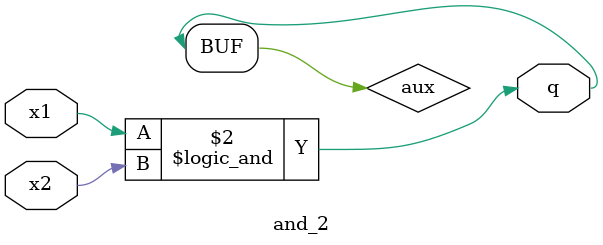
<source format=v>

module and_2(
input x1,
input x2,
output q);

assign q = aux; //pruebo para usar wires en la salida
reg aux;        //registro generado después del assign para probar la concurrencia
always@(*)
begin
  aux <= x1 && x2;
end

endmodule

</source>
